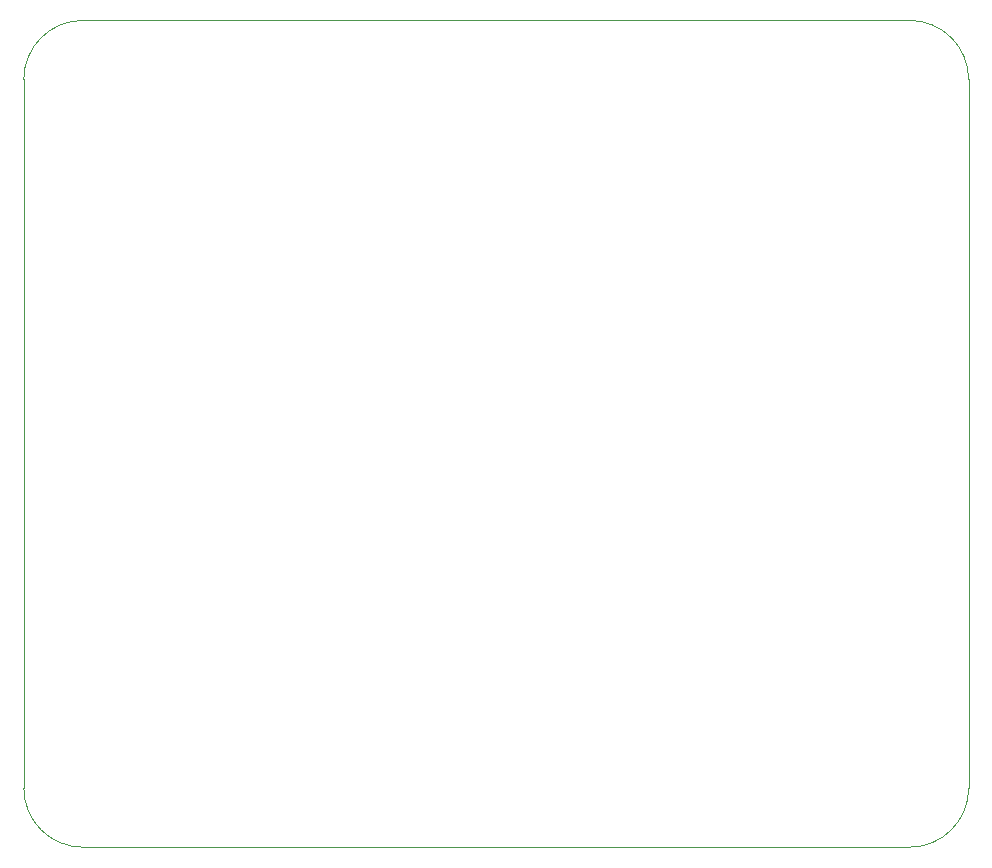
<source format=gbr>
%TF.GenerationSoftware,Altium Limited,Altium Designer,20.1.8 (145)*%
G04 Layer_Color=0*
%FSLAX45Y45*%
%MOMM*%
%TF.SameCoordinates,2A241EDF-A570-403E-9AC0-7F4DA974E4D7*%
%TF.FilePolarity,Positive*%
%TF.FileFunction,Profile,NP*%
%TF.Part,Single*%
G01*
G75*
%TA.AperFunction,Profile*%
%ADD61C,0.02540*%
D61*
X500000Y0D02*
G02*
X0Y500000I0J500000D01*
G01*
X-0Y6500000D01*
X0D01*
D02*
G02*
X500000Y7000000I500000J0D01*
G01*
X7500000D01*
D02*
G02*
X8000000Y6500000I0J-500000D01*
G01*
X7999999D01*
X8000000Y500000D01*
D02*
G02*
X7500000Y0I-500000J0D01*
G01*
X500000D01*
%TF.MD5,3a0ca3d8de82d3df0f404a50f5767d68*%
M02*

</source>
